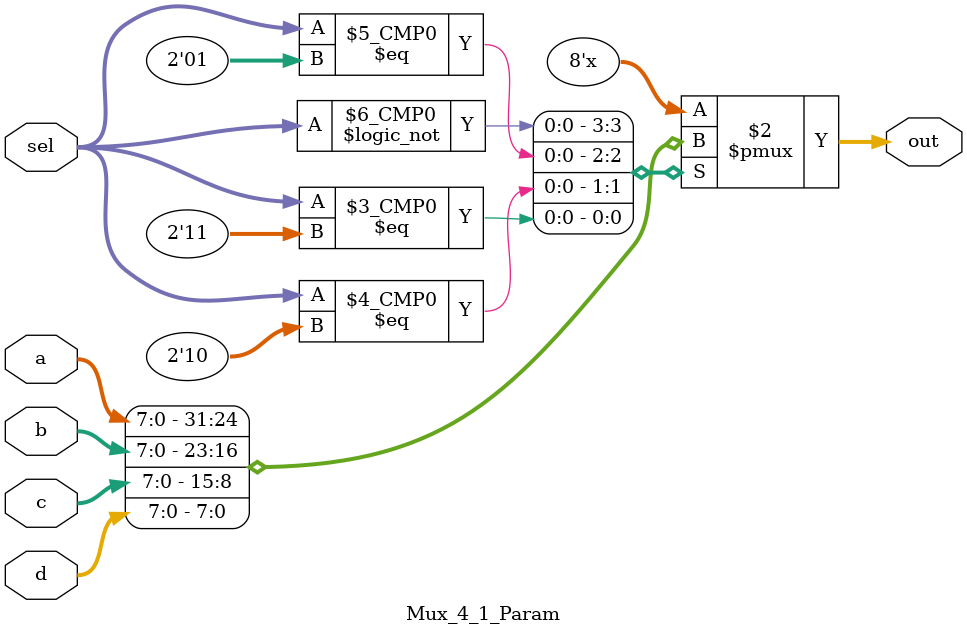
<source format=v>
`timescale 1ns / 1ps
module Mux_4_1_Param #(	
	parameter	DATA_LENGTH = 8
	)(
	input		[DATA_LENGTH-1:0] a, b, c, d,
	input		[1:0]sel,
	output	reg [DATA_LENGTH-1:0] out
);


always @ (a, b, c, d, sel) begin
	
	case(sel)
		2'b00: out = a;
		2'b01: out = b;
		2'b10: out = c;
		2'b11: out = d;
		default: out = {DATA_LENGTH{1'b0}};
	
	endcase
	
end

endmodule
</source>
